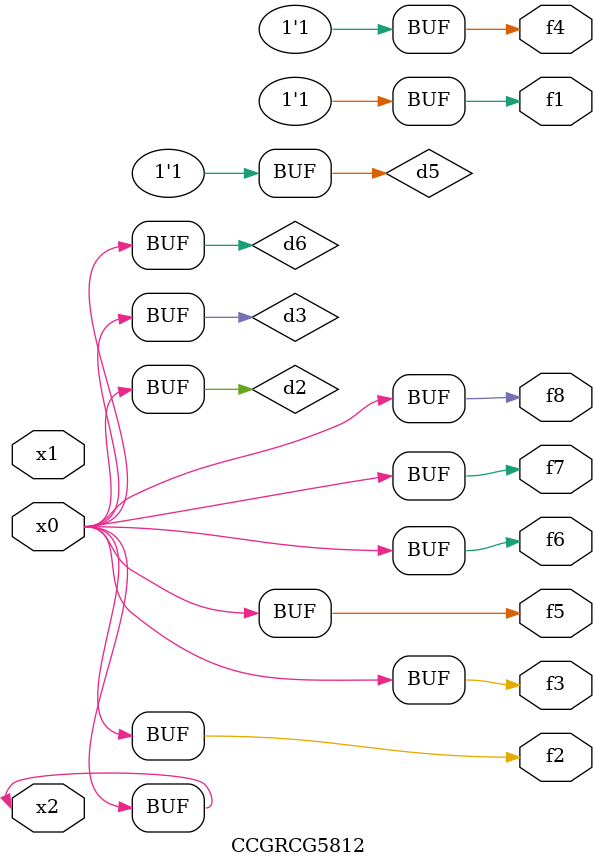
<source format=v>
module CCGRCG5812(
	input x0, x1, x2,
	output f1, f2, f3, f4, f5, f6, f7, f8
);

	wire d1, d2, d3, d4, d5, d6;

	xnor (d1, x2);
	buf (d2, x0, x2);
	and (d3, x0);
	xnor (d4, x1, x2);
	nand (d5, d1, d3);
	buf (d6, d2, d3);
	assign f1 = d5;
	assign f2 = d6;
	assign f3 = d6;
	assign f4 = d5;
	assign f5 = d6;
	assign f6 = d6;
	assign f7 = d6;
	assign f8 = d6;
endmodule

</source>
